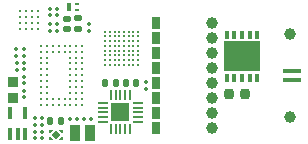
<source format=gbr>
%TF.GenerationSoftware,KiCad,Pcbnew,8.0.7*%
%TF.CreationDate,2025-01-03T20:06:20-08:00*%
%TF.ProjectId,Miniscope-v4-Wire-Free,4d696e69-7363-46f7-9065-2d76342d5769,rev?*%
%TF.SameCoordinates,Original*%
%TF.FileFunction,Soldermask,Bot*%
%TF.FilePolarity,Negative*%
%FSLAX46Y46*%
G04 Gerber Fmt 4.6, Leading zero omitted, Abs format (unit mm)*
G04 Created by KiCad (PCBNEW 8.0.7) date 2025-01-03 20:06:20*
%MOMM*%
%LPD*%
G01*
G04 APERTURE LIST*
G04 Aperture macros list*
%AMRoundRect*
0 Rectangle with rounded corners*
0 $1 Rounding radius*
0 $2 $3 $4 $5 $6 $7 $8 $9 X,Y pos of 4 corners*
0 Add a 4 corners polygon primitive as box body*
4,1,4,$2,$3,$4,$5,$6,$7,$8,$9,$2,$3,0*
0 Add four circle primitives for the rounded corners*
1,1,$1+$1,$2,$3*
1,1,$1+$1,$4,$5*
1,1,$1+$1,$6,$7*
1,1,$1+$1,$8,$9*
0 Add four rect primitives between the rounded corners*
20,1,$1+$1,$2,$3,$4,$5,0*
20,1,$1+$1,$4,$5,$6,$7,0*
20,1,$1+$1,$6,$7,$8,$9,0*
20,1,$1+$1,$8,$9,$2,$3,0*%
%AMRotRect*
0 Rectangle, with rotation*
0 The origin of the aperture is its center*
0 $1 length*
0 $2 width*
0 $3 Rotation angle, in degrees counterclockwise*
0 Add horizontal line*
21,1,$1,$2,0,0,$3*%
%AMFreePoly0*
4,1,7,0.110000,0.125000,0.110000,-0.125000,-0.110000,-0.125000,-0.140000,-0.125000,-0.140000,0.095000,0.110000,0.345000,0.110000,0.125000,0.110000,0.125000,$1*%
%AMFreePoly1*
4,1,6,0.140000,0.095000,0.140000,-0.125000,-0.110000,-0.125000,-0.110000,0.275000,-0.040000,0.275000,0.140000,0.095000,0.140000,0.095000,$1*%
%AMFreePoly2*
4,1,8,0.110000,0.125000,0.110000,-0.125000,-0.110000,-0.125000,-0.140000,-0.125000,-0.140000,0.095000,0.040000,0.275000,0.110000,0.275000,0.110000,0.125000,0.110000,0.125000,$1*%
G04 Aperture macros list end*
%ADD10RoundRect,0.077500X-0.092500X0.077500X-0.092500X-0.077500X0.092500X-0.077500X0.092500X0.077500X0*%
%ADD11C,0.228600*%
%ADD12C,1.000000*%
%ADD13R,1.500000X0.450000*%
%ADD14RoundRect,0.145000X0.145000X0.170000X-0.145000X0.170000X-0.145000X-0.170000X0.145000X-0.170000X0*%
%ADD15RoundRect,0.145000X-0.145000X-0.170000X0.145000X-0.170000X0.145000X0.170000X-0.145000X0.170000X0*%
%ADD16RoundRect,0.077500X0.092500X-0.077500X0.092500X0.077500X-0.092500X0.077500X-0.092500X-0.077500X0*%
%ADD17RoundRect,0.202500X-0.202500X-0.232500X0.202500X-0.232500X0.202500X0.232500X-0.202500X0.232500X0*%
%ADD18RoundRect,0.077500X-0.077500X-0.092500X0.077500X-0.092500X0.077500X0.092500X-0.077500X0.092500X0*%
%ADD19RoundRect,0.145000X0.170000X-0.145000X0.170000X0.145000X-0.170000X0.145000X-0.170000X-0.145000X0*%
%ADD20RoundRect,0.222500X0.237500X-0.222500X0.237500X0.222500X-0.237500X0.222500X-0.237500X-0.222500X0*%
%ADD21C,0.250000*%
%ADD22R,0.812800X1.320800*%
%ADD23R,0.340000X0.990000*%
%ADD24FreePoly0,90.000000*%
%ADD25FreePoly1,90.000000*%
%ADD26FreePoly2,270.000000*%
%ADD27FreePoly1,270.000000*%
%ADD28RotRect,0.480000X0.480000X225.000000*%
%ADD29RoundRect,0.050000X-0.050000X0.375000X-0.050000X-0.375000X0.050000X-0.375000X0.050000X0.375000X0*%
%ADD30RoundRect,0.050000X-0.375000X0.050000X-0.375000X-0.050000X0.375000X-0.050000X0.375000X0.050000X0*%
%ADD31R,1.650000X1.650000*%
%ADD32R,0.800000X1.000000*%
%ADD33RoundRect,0.080000X-0.080000X0.270000X-0.080000X-0.270000X0.080000X-0.270000X0.080000X0.270000X0*%
%ADD34R,3.149999X2.550000*%
%ADD35RoundRect,0.077500X0.077500X0.092500X-0.077500X0.092500X-0.077500X-0.092500X0.077500X-0.092500X0*%
%ADD36R,0.400000X0.250000*%
%ADD37R,0.400000X0.700000*%
G04 APERTURE END LIST*
D10*
%TO.C,R21*%
X82630000Y-68115000D03*
X82630000Y-68665000D03*
%TD*%
D11*
%TO.C,U6*%
X90782200Y-63598200D03*
X90782200Y-63198200D03*
X90782200Y-62798200D03*
X90782200Y-62398200D03*
X90782200Y-61998200D03*
X90782200Y-61598200D03*
X90782200Y-61198200D03*
X90782200Y-60798200D03*
X90382200Y-63598200D03*
X90382200Y-63198200D03*
X90382200Y-62798200D03*
X90382200Y-62398200D03*
X90382200Y-61998200D03*
X90382200Y-61598200D03*
X90382200Y-61198200D03*
X90382200Y-60798200D03*
X89982200Y-63598200D03*
X89982200Y-63198200D03*
X89982200Y-62798200D03*
X89982200Y-62398200D03*
X89982200Y-61998200D03*
X89982200Y-61598200D03*
X89982200Y-61198200D03*
X89982200Y-60798200D03*
X89582200Y-63598200D03*
X89582200Y-63198200D03*
X89582200Y-62798200D03*
X89582200Y-62398200D03*
X89582200Y-61998200D03*
X89582200Y-61598200D03*
X89582200Y-61198200D03*
X89582200Y-60798200D03*
X89182200Y-63598200D03*
X89182200Y-63198200D03*
X89182200Y-62798200D03*
X89182200Y-62398200D03*
X89182200Y-61998200D03*
X89182200Y-61598200D03*
X89182200Y-61198200D03*
X89182200Y-60798200D03*
X88782200Y-63598200D03*
X88782200Y-63198200D03*
X88782200Y-62798200D03*
X88782200Y-62398200D03*
X88782200Y-61998200D03*
X88782200Y-61598200D03*
X88782200Y-61198200D03*
X88782200Y-60798200D03*
X88382200Y-63598200D03*
X88382200Y-63198200D03*
X88382200Y-62798200D03*
X88382200Y-62398200D03*
X88382200Y-61998200D03*
X88382200Y-61598200D03*
X88382200Y-61198200D03*
X88382200Y-60798200D03*
X87982200Y-63598200D03*
X87982200Y-63198200D03*
X87982200Y-62798200D03*
X87982200Y-62398200D03*
X87982200Y-61998200D03*
X87982200Y-61598200D03*
X87982200Y-61198200D03*
X87982200Y-60798200D03*
%TD*%
D12*
%TO.C,J21*%
X97000000Y-60055000D03*
%TD*%
%TO.C,J22*%
X97000000Y-61325000D03*
%TD*%
%TO.C,J24*%
X97000000Y-63865000D03*
%TD*%
%TO.C,J25*%
X97000000Y-65135000D03*
%TD*%
%TO.C,J26*%
X97000000Y-66405000D03*
%TD*%
%TO.C,J27*%
X97000000Y-67675000D03*
%TD*%
%TO.C,J23*%
X97000000Y-62595000D03*
%TD*%
%TO.C,J12*%
X97000000Y-68945000D03*
%TD*%
%TO.C,*%
X103600000Y-61000000D03*
%TD*%
%TO.C,REF\u002A\u002A*%
X103600000Y-68000000D03*
%TD*%
D13*
%TO.C,D1*%
X103800000Y-64850000D03*
X103800000Y-64150000D03*
%TD*%
D14*
%TO.C,C6*%
X88883400Y-65134000D03*
X87993400Y-65134000D03*
%TD*%
D15*
%TO.C,C7*%
X89746000Y-65159400D03*
X90636000Y-65159400D03*
%TD*%
D16*
%TO.C,C9*%
X83311500Y-59412500D03*
X83311500Y-58862500D03*
%TD*%
%TO.C,C10*%
X83946500Y-59412500D03*
X83946500Y-58862500D03*
%TD*%
%TO.C,C11*%
X80454100Y-62841500D03*
X80454100Y-62291500D03*
%TD*%
D17*
%TO.C,C16*%
X98479000Y-66100200D03*
X99839000Y-66100200D03*
%TD*%
D16*
%TO.C,C27*%
X82016200Y-69800400D03*
X82016200Y-69250400D03*
%TD*%
%TO.C,C36*%
X80479500Y-64022600D03*
X80479500Y-63472600D03*
%TD*%
%TO.C,C38*%
X83311500Y-60720600D03*
X83311500Y-60170600D03*
%TD*%
%TO.C,C41*%
X83946500Y-60720600D03*
X83946500Y-60170600D03*
%TD*%
D18*
%TO.C,C48*%
X85015600Y-68208400D03*
X85565600Y-68208400D03*
%TD*%
D19*
%TO.C,C50*%
X84759300Y-60585800D03*
X84759300Y-59695800D03*
%TD*%
%TO.C,C52*%
X85699100Y-60560400D03*
X85699100Y-59670400D03*
%TD*%
D20*
%TO.C,L4*%
X80162000Y-66401200D03*
X80162000Y-65071200D03*
%TD*%
D21*
%TO.C,U8*%
X86046000Y-66989600D03*
X86046000Y-66489600D03*
X86046000Y-65989600D03*
X86046000Y-65489600D03*
X86046000Y-64989600D03*
X86046000Y-64489600D03*
X86046000Y-63989600D03*
X86046000Y-63489600D03*
X86046000Y-62989600D03*
X86046000Y-62489600D03*
X86046000Y-61989600D03*
X85546000Y-66989600D03*
X85546000Y-66489600D03*
X85546000Y-65989600D03*
X85546000Y-65489600D03*
X85546000Y-64989600D03*
X85546000Y-64489600D03*
X85546000Y-63989600D03*
X85546000Y-63489600D03*
X85546000Y-62989600D03*
X85546000Y-62489600D03*
X85546000Y-61989600D03*
X85046000Y-66989600D03*
X85046000Y-66489600D03*
X85046000Y-65989600D03*
X85046000Y-65489600D03*
X85046000Y-64989600D03*
X85046000Y-64489600D03*
X85046000Y-63989600D03*
X85046000Y-63489600D03*
X85046000Y-62989600D03*
X85046000Y-62489600D03*
X85046000Y-61989600D03*
X84546000Y-66989600D03*
X84546000Y-66489600D03*
X84546000Y-62489600D03*
X84546000Y-61989600D03*
X84046000Y-66989600D03*
X84046000Y-66489600D03*
X84046000Y-62489600D03*
X84046000Y-61989600D03*
X83546000Y-66989600D03*
X83546000Y-66489600D03*
X83546000Y-62489600D03*
X83546000Y-61989600D03*
X83046000Y-66989600D03*
X83046000Y-66489600D03*
X83046000Y-65989600D03*
X83046000Y-65489600D03*
X83046000Y-64989600D03*
X83046000Y-64489600D03*
X83046000Y-63989600D03*
X83046000Y-63489600D03*
X83046000Y-62989600D03*
X83046000Y-62489600D03*
X83046000Y-61989600D03*
X82546000Y-66989600D03*
X82546000Y-66489600D03*
X82546000Y-65989600D03*
X82546000Y-65489600D03*
X82546000Y-64989600D03*
X82546000Y-64489600D03*
X82546000Y-63989600D03*
X82546000Y-63489600D03*
X82546000Y-62989600D03*
X82546000Y-62489600D03*
X82546000Y-61989600D03*
%TD*%
D22*
%TO.C,J9*%
X85446800Y-69347600D03*
%TD*%
%TO.C,J10*%
X86716800Y-69347600D03*
%TD*%
D10*
%TO.C,C30*%
X82041600Y-68107400D03*
X82041600Y-68657400D03*
%TD*%
D21*
%TO.C,U4*%
X82309000Y-59073300D03*
X81809000Y-59073300D03*
X81309000Y-59073300D03*
X80809000Y-59073300D03*
X82309000Y-59573300D03*
X81809000Y-59573300D03*
X81309000Y-59573300D03*
X80809000Y-59573300D03*
X82309000Y-60073300D03*
X81809000Y-60073300D03*
X81309000Y-60073300D03*
X80809000Y-60073300D03*
X82309000Y-60573300D03*
X81809000Y-60573300D03*
X81309000Y-60573300D03*
X80809000Y-60573300D03*
%TD*%
D23*
%TO.C,U9*%
X81218400Y-69495600D03*
X80568400Y-69495600D03*
X79918400Y-69495600D03*
X79918400Y-67675600D03*
X81218400Y-67675600D03*
%TD*%
D16*
%TO.C,C37*%
X82625800Y-69825800D03*
X82625800Y-69275800D03*
%TD*%
D14*
%TO.C,C51*%
X84213800Y-68382400D03*
X83323800Y-68382400D03*
%TD*%
D24*
%TO.C,U7*%
X84344600Y-69210800D03*
D25*
X84344600Y-69890800D03*
D26*
X83294600Y-69890800D03*
D27*
X83294600Y-69210800D03*
D28*
X83819600Y-69550800D03*
%TD*%
D29*
%TO.C,U1*%
X88480600Y-66171100D03*
X88880600Y-66171100D03*
X89280600Y-66171100D03*
X89680600Y-66171100D03*
X90080600Y-66171100D03*
D30*
X90730600Y-66821100D03*
X90730600Y-67221100D03*
X90730600Y-67621100D03*
X90730600Y-68021100D03*
X90730600Y-68421100D03*
D29*
X90080600Y-69071100D03*
X89680600Y-69071100D03*
X89280600Y-69071100D03*
X88880600Y-69071100D03*
X88480600Y-69071100D03*
D30*
X87830600Y-68421100D03*
X87830600Y-68021100D03*
X87830600Y-67621100D03*
X87830600Y-67221100D03*
X87830600Y-66821100D03*
D31*
X89280600Y-67621100D03*
%TD*%
D32*
%TO.C,J14*%
X92330200Y-60055000D03*
%TD*%
%TO.C,J15*%
X92330200Y-61325000D03*
%TD*%
%TO.C,J16*%
X92330200Y-62595000D03*
%TD*%
%TO.C,J17*%
X92330200Y-63865000D03*
%TD*%
%TO.C,J18*%
X92330200Y-65135000D03*
%TD*%
%TO.C,J19*%
X92330200Y-66405000D03*
%TD*%
%TO.C,J20*%
X92330200Y-67675000D03*
%TD*%
D33*
%TO.C,U2*%
X98265400Y-61039400D03*
X98915400Y-61039400D03*
X99565400Y-61039400D03*
X100215400Y-61039400D03*
X100865400Y-61039400D03*
X100865400Y-64709400D03*
X100215400Y-64709400D03*
X99565400Y-64709400D03*
X98915400Y-64709400D03*
X98265400Y-64709400D03*
D34*
X99565400Y-62874400D03*
%TD*%
D16*
%TO.C,C44*%
X81114400Y-62828800D03*
X81114400Y-62278800D03*
%TD*%
%TO.C,C40*%
X81114400Y-66334000D03*
X81114400Y-65784000D03*
%TD*%
D10*
%TO.C,C53*%
X81114400Y-64615600D03*
X81114400Y-65165600D03*
%TD*%
%TO.C,C49*%
X81114500Y-63447200D03*
X81114500Y-63997200D03*
%TD*%
D16*
%TO.C,R16*%
X91424700Y-65643500D03*
X91424700Y-65093500D03*
%TD*%
D35*
%TO.C,R17*%
X86751100Y-68213300D03*
X86201100Y-68213300D03*
%TD*%
D32*
%TO.C,J11*%
X92330200Y-68945000D03*
%TD*%
D10*
%TO.C,R19*%
X86636800Y-60153200D03*
X86636800Y-60703200D03*
%TD*%
D36*
%TO.C,Q2*%
X85640600Y-58476000D03*
X85640600Y-58926000D03*
D37*
X84940600Y-58701000D03*
%TD*%
M02*

</source>
